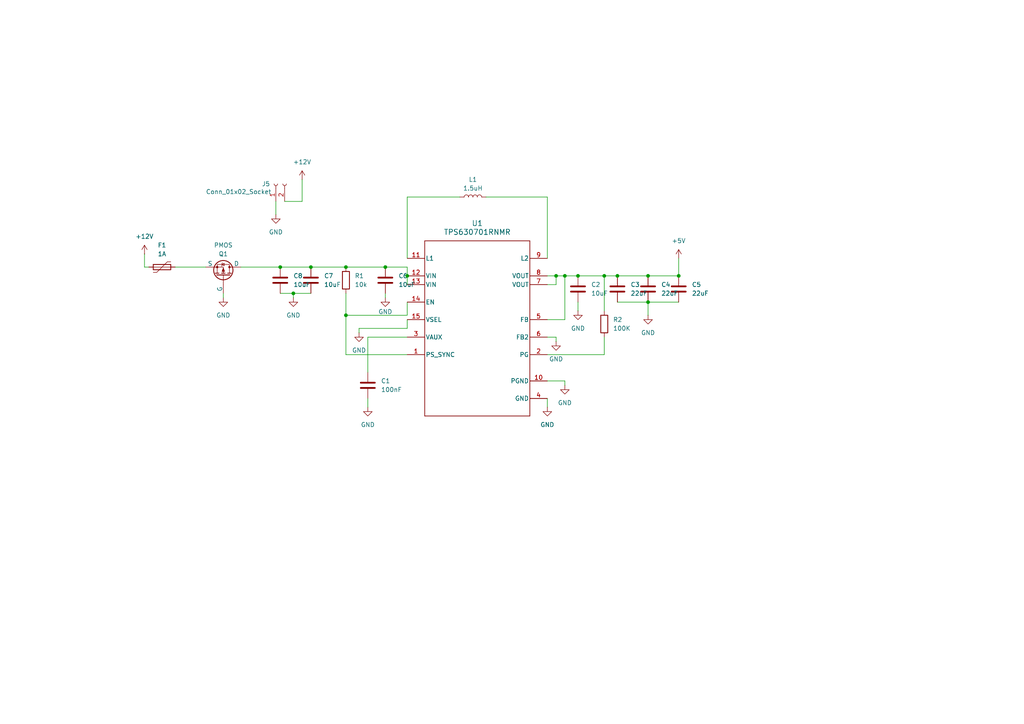
<source format=kicad_sch>
(kicad_sch (version 20250114) (generator "eeschema") (generator_version "9.0")
  (paper "A4")
  (lib_symbols
    (symbol "Connector:Conn_01x02_Socket" (pin_names (offset 1.016) (hide yes))
      (property "Reference" "J" (at 0 2.54 0))
      (property "Value" "Conn_01x02_Socket" (at 0 -5.08 0))
      (symbol "Conn_01x02_Socket_1_1"
        (polyline (pts (xy -1.27 0) (xy -0.508 0)) (stroke (width 0.1524)))
        (polyline (pts (xy -1.27 -2.54) (xy -0.508 -2.54)) (stroke (width 0.1524)))
        (arc (start 0 -0.508) (mid -0.5058 0) (end 0 0.508) (stroke (width 0.1524)))
        (arc (start 0 -3.048) (mid -0.5058 -2.54) (end 0 -2.032) (stroke (width 0.1524)))
        (pin passive line (at -5.08 0 0) (length 3.81) (name "Pin_1") (number "1"))
        (pin passive line (at -5.08 -2.54 0) (length 3.81) (name "Pin_2") (number "2"))
      )
    )
    (symbol "Device:C" (pin_numbers (hide yes)) (pin_names (offset 0.254))
      (property "Reference" "C" (at 0.635 2.54 0))
      (property "Value" "C" (at 0.635 -2.54 0))
      (symbol "C_0_1"
        (polyline (pts (xy -2.032 0.762) (xy 2.032 0.762)) (stroke (width 0.508)))
        (polyline (pts (xy -2.032 -0.762) (xy 2.032 -0.762)) (stroke (width 0.508)))
      )
      (symbol "C_1_1"
        (pin passive line (at 0 3.81 270) (length 2.794) (name "~") (number "1"))
        (pin passive line (at 0 -3.81 90) (length 2.794) (name "~") (number "2"))
      )
    )
    (symbol "Device:L" (pin_numbers (hide yes)) (pin_names (offset 1.016) (hide yes))
      (property "Reference" "L" (at -1.27 0 90))
      (property "Value" "L" (at 1.905 0 90))
      (symbol "L_0_1"
        (arc (start 0 2.54) (mid 0.6323 1.905) (end 0 1.27))
        (arc (start 0 1.27) (mid 0.6323 0.635) (end 0 0))
        (arc (start 0 0) (mid 0.6323 -0.635) (end 0 -1.27))
        (arc (start 0 -1.27) (mid 0.6323 -1.905) (end 0 -2.54))
      )
      (symbol "L_1_1"
        (pin passive line (at 0 3.81 270) (length 1.27) (name "1") (number "1"))
        (pin passive line (at 0 -3.81 90) (length 1.27) (name "2") (number "2"))
      )
    )
    (symbol "Device:Polyfuse" (pin_numbers (hide yes)) (pin_names (offset 0))
      (property "Reference" "F" (at -2.54 0 90))
      (property "Value" "Polyfuse" (at 2.54 0 90))
      (symbol "Polyfuse_0_1"
        (polyline (pts (xy -1.524 2.54) (xy -1.524 1.524) (xy 1.524 -1.524) (xy 1.524 -2.54)))
        (rectangle (start -0.762 2.54) (end 0.762 -2.54) (stroke (width 0.254)))
        (polyline (pts (xy 0 2.54) (xy 0 -2.54)))
      )
      (symbol "Polyfuse_1_1"
        (pin passive line (at 0 3.81 270) (length 1.27) (name "~") (number "1"))
        (pin passive line (at 0 -3.81 90) (length 1.27) (name "~") (number "2"))
      )
    )
    (symbol "Device:R" (pin_numbers (hide yes)) (pin_names (offset 0))
      (property "Reference" "R" (at 2.032 0 90))
      (property "Value" "R" (at 0 0 90))
      (symbol "R_0_1"
        (rectangle (start -1.016 -2.54) (end 1.016 2.54) (stroke (width 0.254)))
      )
      (symbol "R_1_1"
        (pin passive line (at 0 3.81 270) (length 1.27) (name "~") (number "1"))
        (pin passive line (at 0 -3.81 90) (length 1.27) (name "~") (number "2"))
      )
    )
    (symbol "Simulation_SPICE:PMOS" (pin_numbers (hide yes)) (pin_names (offset 0))
      (property "Reference" "Q" (at 5.08 1.27 0))
      (property "Value" "PMOS" (at 5.08 -1.27 0))
      (symbol "PMOS_0_1"
        (polyline (pts (xy 0.254 1.905) (xy 0.254 -1.905)) (stroke (width 0.254)))
        (polyline (pts (xy 0.254 0) (xy -2.54 0)))
        (polyline (pts (xy 0.762 2.286) (xy 0.762 1.27)) (stroke (width 0.254)))
        (polyline (pts (xy 0.762 1.778) (xy 3.302 1.778) (xy 3.302 -1.778) (xy 0.762 -1.778)))
        (polyline (pts (xy 0.762 0.508) (xy 0.762 -0.508)) (stroke (width 0.254)))
        (polyline (pts (xy 0.762 -1.27) (xy 0.762 -2.286)) (stroke (width 0.254)))
        (circle (center 1.651 0) (radius 2.794) (stroke (width 0.254)))
        (polyline (pts (xy 2.286 0) (xy 1.27 0.381) (xy 1.27 -0.381) (xy 2.286 0)) (fill (type outline)))
        (polyline (pts (xy 2.54 2.54) (xy 2.54 1.778)))
        (circle (center 2.54 1.778) (radius 0.254) (fill (type outline)))
        (circle (center 2.54 -1.778) (radius 0.254) (fill (type outline)))
        (polyline (pts (xy 2.54 -2.54) (xy 2.54 0) (xy 0.762 0)))
        (polyline (pts (xy 2.794 -0.508) (xy 2.921 -0.381) (xy 3.683 -0.381) (xy 3.81 -0.254)))
        (polyline (pts (xy 3.302 -0.381) (xy 2.921 0.254) (xy 3.683 0.254) (xy 3.302 -0.381)))
      )
      (symbol "PMOS_1_1"
        (pin input line (at -5.08 0 0) (length 2.54) (name "G") (number "2"))
        (pin passive line (at 2.54 5.08 270) (length 2.54) (name "D") (number "1"))
        (pin passive line (at 2.54 -5.08 90) (length 2.54) (name "S") (number "3"))
      )
    )
    (symbol "TPS63070:TPS630701RNMR" (pin_names (offset 0.254))
      (property "Reference" "U" (at 0 2.54 0))
      (property "Value" "TPS630701RNMR" (at 0 0 0))
      (symbol "TPS630701RNMR_0_1"
        (polyline (pts (xy -15.24 25.4) (xy -15.24 -25.4)) (stroke (width 0.2032)))
        (polyline (pts (xy -15.24 -25.4) (xy 15.24 -25.4)) (stroke (width 0.2032)))
        (polyline (pts (xy 15.24 25.4) (xy -15.24 25.4)) (stroke (width 0.2032)))
        (polyline (pts (xy 15.24 -25.4) (xy 15.24 25.4)) (stroke (width 0.2032)))
        (pin unspecified line (at -20.32 20.32 0) (length 5.08) (name "L1") (number "11"))
        (pin power_in line (at -20.32 15.24 0) (length 5.08) (name "VIN") (number "12"))
        (pin power_in line (at -20.32 12.7 0) (length 5.08) (name "VIN") (number "13"))
        (pin input line (at -20.32 7.62 0) (length 5.08) (name "EN") (number "14"))
        (pin input line (at -20.32 2.54 0) (length 5.08) (name "VSEL") (number "15"))
        (pin unspecified line (at -20.32 -2.54 0) (length 5.08) (name "VAUX") (number "3"))
        (pin input line (at -20.32 -7.62 0) (length 5.08) (name "PS_SYNC") (number "1"))
        (pin unspecified line (at 20.32 20.32 180) (length 5.08) (name "L2") (number "9"))
        (pin power_in line (at 20.32 15.24 180) (length 5.08) (name "VOUT") (number "8"))
        (pin power_in line (at 20.32 12.7 180) (length 5.08) (name "VOUT") (number "7"))
        (pin output line (at 20.32 2.54 180) (length 5.08) (name "FB") (number "5"))
        (pin input line (at 20.32 -2.54 180) (length 5.08) (name "FB2") (number "6"))
        (pin open_collector line (at 20.32 -7.62 180) (length 5.08) (name "PG") (number "2"))
        (pin power_in line (at 20.32 -15.24 180) (length 5.08) (name "PGND") (number "10"))
        (pin power_in line (at 20.32 -20.32 180) (length 5.08) (name "GND") (number "4"))
      )
    )
    (symbol "power:+12V" (power) (pin_numbers (hide yes)) (pin_names (offset 0) (hide yes))
      (property "Value" "+12V" (at 0 3.556 0))
      (symbol "+12V_0_1"
        (polyline (pts (xy -0.762 1.27) (xy 0 2.54)))
        (polyline (pts (xy 0 2.54) (xy 0.762 1.27)))
        (polyline (pts (xy 0 0) (xy 0 2.54)))
      )
      (symbol "+12V_1_1"
        (pin power_in line (at 0 0 90) (length 0) (name "~") (number "1"))
      )
    )
    (symbol "power:+5V" (power) (pin_numbers (hide yes)) (pin_names (offset 0) (hide yes))
      (property "Value" "+5V" (at 0 3.556 0))
      (symbol "+5V_0_1"
        (polyline (pts (xy -0.762 1.27) (xy 0 2.54)))
        (polyline (pts (xy 0 2.54) (xy 0.762 1.27)))
        (polyline (pts (xy 0 0) (xy 0 2.54)))
      )
      (symbol "+5V_1_1"
        (pin power_in line (at 0 0 90) (length 0) (name "~") (number "1"))
      )
    )
    (symbol "power:GND" (power) (pin_numbers (hide yes)) (pin_names (offset 0) (hide yes))
      (property "Value" "GND" (at 0 -3.81 0))
      (symbol "GND_0_1"
        (polyline (pts (xy 0 0) (xy 0 -1.27) (xy 1.27 -1.27) (xy 0 -2.54) (xy -1.27 -1.27) (xy 0 -1.27)))
      )
      (symbol "GND_1_1"
        (pin power_in line (at 0 0 270) (length 0) (name "~") (number "1"))
      )
    )
  )
  (junction (at 81.28 77.47))
  (junction (at 187.96 87.63))
  (junction (at 175.26 80.01))
  (junction (at 187.96 80.01))
  (junction (at 100.33 91.44))
  (junction (at 118.11 80.01))
  (junction (at 196.85 80.01))
  (junction (at 90.17 77.47))
  (junction (at 179.07 80.01))
  (junction (at 100.33 77.47))
  (junction (at 85.09 85.09))
  (junction (at 111.76 77.47))
  (junction (at 163.83 80.01))
  (junction (at 167.64 80.01))
  (junction (at 161.29 80.01))
  (wire (pts (xy 87.63 58.42) (xy 87.63 52.07)))
  (wire (pts (xy 187.96 80.01) (xy 196.85 80.01)))
  (wire (pts (xy 167.64 87.63) (xy 167.64 90.17)))
  (wire (pts (xy 64.77 85.09) (xy 64.77 86.36)))
  (wire (pts (xy 187.96 87.63) (xy 196.85 87.63)))
  (wire (pts (xy 163.83 110.49) (xy 163.83 111.76)))
  (wire (pts (xy 85.09 85.09) (xy 90.17 85.09)))
  (wire (pts (xy 106.68 115.57) (xy 106.68 118.11)))
  (wire (pts (xy 196.85 74.93) (xy 196.85 80.01)))
  (wire (pts (xy 100.33 91.44) (xy 100.33 102.87)))
  (wire (pts (xy 187.96 87.63) (xy 187.96 91.44)))
  (wire (pts (xy 41.91 73.66) (xy 41.91 77.47)))
  (wire (pts (xy 118.11 102.87) (xy 100.33 102.87)))
  (wire (pts (xy 104.14 95.25) (xy 104.14 96.52)))
  (wire (pts (xy 118.11 87.63) (xy 118.11 91.44)))
  (wire (pts (xy 179.07 87.63) (xy 187.96 87.63)))
  (wire (pts (xy 161.29 82.55) (xy 161.29 80.01)))
  (wire (pts (xy 100.33 77.47) (xy 111.76 77.47)))
  (wire (pts (xy 82.55 58.42) (xy 87.63 58.42)))
  (wire (pts (xy 118.11 74.93) (xy 118.11 57.15)))
  (wire (pts (xy 161.29 97.79) (xy 161.29 99.06)))
  (wire (pts (xy 175.26 80.01) (xy 175.26 90.17)))
  (wire (pts (xy 118.11 97.79) (xy 106.68 97.79)))
  (wire (pts (xy 118.11 95.25) (xy 118.11 92.71)))
  (wire (pts (xy 179.07 80.01) (xy 187.96 80.01)))
  (wire (pts (xy 111.76 77.47) (xy 118.11 77.47)))
  (wire (pts (xy 158.75 115.57) (xy 158.75 118.11)))
  (wire (pts (xy 167.64 80.01) (xy 175.26 80.01)))
  (wire (pts (xy 175.26 102.87) (xy 175.26 97.79)))
  (wire (pts (xy 41.91 77.47) (xy 43.18 77.47)))
  (wire (pts (xy 81.28 85.09) (xy 85.09 85.09)))
  (wire (pts (xy 118.11 80.01) (xy 118.11 82.55)))
  (wire (pts (xy 158.75 80.01) (xy 161.29 80.01)))
  (wire (pts (xy 158.75 110.49) (xy 163.83 110.49)))
  (wire (pts (xy 118.11 77.47) (xy 118.11 80.01)))
  (wire (pts (xy 80.01 58.42) (xy 80.01 62.23)))
  (wire (pts (xy 81.28 77.47) (xy 90.17 77.47)))
  (wire (pts (xy 90.17 77.47) (xy 100.33 77.47)))
  (wire (pts (xy 163.83 92.71) (xy 163.83 80.01)))
  (wire (pts (xy 158.75 92.71) (xy 163.83 92.71)))
  (wire (pts (xy 158.75 97.79) (xy 161.29 97.79)))
  (wire (pts (xy 118.11 95.25) (xy 104.14 95.25)))
  (wire (pts (xy 163.83 80.01) (xy 167.64 80.01)))
  (wire (pts (xy 69.85 77.47) (xy 81.28 77.47)))
  (wire (pts (xy 158.75 102.87) (xy 175.26 102.87)))
  (wire (pts (xy 106.68 97.79) (xy 106.68 107.95)))
  (wire (pts (xy 158.75 57.15) (xy 158.75 74.93)))
  (wire (pts (xy 161.29 80.01) (xy 163.83 80.01)))
  (wire (pts (xy 50.8 77.47) (xy 59.69 77.47)))
  (wire (pts (xy 100.33 85.09) (xy 100.33 91.44)))
  (wire (pts (xy 158.75 82.55) (xy 161.29 82.55)))
  (wire (pts (xy 100.33 91.44) (xy 118.11 91.44)))
  (wire (pts (xy 85.09 85.09) (xy 85.09 86.36)))
  (wire (pts (xy 111.76 85.09) (xy 111.76 86.36)))
  (wire (pts (xy 118.11 57.15) (xy 133.35 57.15)))
  (wire (pts (xy 175.26 80.01) (xy 179.07 80.01)))
  (wire (pts (xy 140.97 57.15) (xy 158.75 57.15)))
  (symbol (lib_id "power:GND") (at 158.75 118.11 0) (unit 1)
    (property "Reference" "#PWR06" (effects (hide yes)))
    (property "Value" "GND" (at 158.75 123.19 0))
    (property "Description" "Power symbol creates a global label with name \"GND\" , ground" (effects (hide yes)))
  )
  (symbol (lib_id "power:GND") (at 64.77 86.36 0) (unit 1)
    (property "Reference" "#PWR015" (effects (hide yes)))
    (property "Value" "GND" (at 64.77 91.44 0))
    (property "Description" "Power symbol creates a global label with name \"GND\" , ground" (effects (hide yes)))
  )
  (symbol (lib_id "power:GND") (at 167.64 90.17 0) (unit 1)
    (property "Reference" "#PWR04" (effects (hide yes)))
    (property "Value" "GND" (at 167.64 95.25 0))
    (property "Description" "Power symbol creates a global label with name \"GND\" , ground" (effects (hide yes)))
  )
  (symbol (lib_id "power:GND") (at 85.09 86.36 0) (unit 1)
    (property "Reference" "#PWR09" (effects (hide yes)))
    (property "Value" "GND" (at 85.09 91.44 0))
    (property "Description" "Power symbol creates a global label with name \"GND\" , ground" (effects (hide yes)))
  )
  (symbol (lib_id "Device:C") (at 106.68 111.76 0) (unit 1)
    (property "Reference" "C1" (at 110.49 110.4899 0) (effects (justify left)))
    (property "Value" "100nF" (at 110.49 113.0299 0) (effects (justify left)))
    (property "Footprint" "Capacitor_SMD:C_0805_2012Metric_Pad1.18x1.45mm_HandSolder" (effects (hide yes)))
    (property "Description" "Unpolarized capacitor" (effects (hide yes)))
  )
  (symbol (lib_id "Device:C") (at 167.64 83.82 0) (unit 1)
    (property "Reference" "C2" (at 171.45 82.5499 0) (effects (justify left)))
    (property "Value" "10uF" (at 171.45 85.0899 0) (effects (justify left)))
    (property "Footprint" "Capacitor_SMD:C_0805_2012Metric_Pad1.18x1.45mm_HandSolder" (effects (hide yes)))
    (property "Description" "Unpolarized capacitor" (effects (hide yes)))
  )
  (symbol (lib_id "Simulation_SPICE:PMOS") (at 64.77 80.01 270) (mirror x) (unit 1)
    (property "Reference" "Q1" (at 64.77 73.66 90))
    (property "Value" "PMOS" (at 64.77 71.12 90))
    (property "Footprint" "Package_TO_SOT_SMD:SOT-23_Handsoldering" (effects (hide yes)))
    (property "Datasheet" "https://ngspice.sourceforge.io/docs/ngspice-html-manual/manual.xhtml#cha_MOSFETs" (effects (hide yes)))
    (property "Description" "P-MOSFET transistor, drain/source/gate" (effects (hide yes)))
    (property "Sim.Device" "PMOS" (effects (hide yes)))
    (property "Sim.Type" "VDMOS" (effects (hide yes)))
    (property "Sim.Pins" "1=D 2=G 3=S" (effects (hide yes)))
  )
  (symbol (lib_id "Connector:Conn_01x02_Socket") (at 80.01 53.34 90) (unit 1)
    (property "Reference" "J5" (at 75.946 53.34 90) (effects (justify right)))
    (property "Value" "Conn_01x02_Socket" (at 59.69 55.626 90) (effects (justify right)))
    (property "Footprint" "Connector_Molex:Molex_PicoBlade_53048-0210_1x02_P1.25mm_Horizontal" (effects (hide yes)))
    (property "Description" "Generic connector, single row, 01x02, script generated" (effects (hide yes)))
  )
  (symbol (lib_id "power:+5V") (at 196.85 74.93 0) (unit 1)
    (property "Reference" "#PWR02" (effects (hide yes)))
    (property "Value" "+5V" (at 196.85 69.85 0))
    (property "Description" "Power symbol creates a global label with name \"+5V\"" (effects (hide yes)))
  )
  (symbol (lib_id "power:GND") (at 104.14 96.52 0) (unit 1)
    (property "Reference" "#PWR08" (effects (hide yes)))
    (property "Value" "GND" (at 104.14 101.6 0))
    (property "Description" "Power symbol creates a global label with name \"GND\" , ground" (effects (hide yes)))
  )
  (symbol (lib_id "Device:C") (at 81.28 81.28 0) (unit 1)
    (property "Reference" "C8" (at 85.09 80.0099 0) (effects (justify left)))
    (property "Value" "10uF" (at 85.09 82.5499 0) (effects (justify left)))
    (property "Footprint" "Capacitor_SMD:C_0805_2012Metric_Pad1.18x1.45mm_HandSolder" (effects (hide yes)))
    (property "Description" "Unpolarized capacitor" (effects (hide yes)))
  )
  (symbol (lib_id "TPS63070:TPS630701RNMR") (at 138.43 95.25 0) (unit 1)
    (property "Reference" "U1" (at 138.43 64.77 0) (effects (font (size 1.524 1.524))))
    (property "Value" "TPS630701RNMR" (at 138.43 67.31 0) (effects (font (size 1.524 1.524))))
    (property "Footprint" "TPS63070:RNM0015A" (effects (hide yes)))
    (property "Datasheet" "https://www.ti.com/lit/gpn/tps63070" (effects (hide yes)))
  )
  (symbol (lib_id "Device:C") (at 196.85 83.82 0) (unit 1)
    (property "Reference" "C5" (at 200.66 82.5499 0) (effects (justify left)))
    (property "Value" "22uF" (at 200.66 85.0899 0) (effects (justify left)))
    (property "Footprint" "Capacitor_SMD:C_0805_2012Metric_Pad1.18x1.45mm_HandSolder" (effects (hide yes)))
    (property "Description" "Unpolarized capacitor" (effects (hide yes)))
  )
  (symbol (lib_id "Device:C") (at 111.76 81.28 0) (unit 1)
    (property "Reference" "C6" (at 115.57 80.0099 0) (effects (justify left)))
    (property "Value" "10uF" (at 115.57 82.5499 0) (effects (justify left)))
    (property "Footprint" "Capacitor_SMD:C_0805_2012Metric_Pad1.18x1.45mm_HandSolder" (effects (hide yes)))
    (property "Description" "Unpolarized capacitor" (effects (hide yes)))
  )
  (symbol (lib_id "power:+12V") (at 87.63 52.07 0) (unit 1)
    (property "Reference" "#PWR051" (effects (hide yes)))
    (property "Value" "+12V" (at 87.63 46.99 0))
    (property "Description" "Power symbol creates a global label with name \"+12V\"" (effects (hide yes)))
  )
  (symbol (lib_id "power:GND") (at 161.29 99.06 0) (unit 1)
    (property "Reference" "#PWR07" (effects (hide yes)))
    (property "Value" "GND" (at 161.29 104.14 0))
    (property "Description" "Power symbol creates a global label with name \"GND\" , ground" (effects (hide yes)))
  )
  (symbol (lib_id "Device:L") (at 137.16 57.15 90) (unit 1)
    (property "Reference" "L1" (at 137.16 52.07 90))
    (property "Value" "1.5uH" (at 137.16 54.61 90))
    (property "Footprint" "Inductor_SMD:L_Vishay_IHLP-2525" (effects (hide yes)))
    (property "Description" "Inductor" (effects (hide yes)))
  )
  (symbol (lib_id "power:GND") (at 80.01 62.23 0) (unit 1)
    (property "Reference" "#PWR050" (effects (hide yes)))
    (property "Value" "GND" (at 80.01 67.31 0))
    (property "Description" "Power symbol creates a global label with name \"GND\" , ground" (effects (hide yes)))
  )
  (symbol (lib_id "power:GND") (at 111.76 86.36 0) (unit 1)
    (property "Reference" "#PWR010" (effects (hide yes)))
    (property "Value" "GND" (at 111.76 90.424 0))
    (property "Description" "Power symbol creates a global label with name \"GND\" , ground" (effects (hide yes)))
  )
  (symbol (lib_id "Device:C") (at 187.96 83.82 0) (unit 1)
    (property "Reference" "C4" (at 191.77 82.5499 0) (effects (justify left)))
    (property "Value" "22uF" (at 191.77 85.0899 0) (effects (justify left)))
    (property "Footprint" "Capacitor_SMD:C_0805_2012Metric_Pad1.18x1.45mm_HandSolder" (effects (hide yes)))
    (property "Description" "Unpolarized capacitor" (effects (hide yes)))
  )
  (symbol (lib_id "power:GND") (at 163.83 111.76 0) (unit 1)
    (property "Reference" "#PWR05" (effects (hide yes)))
    (property "Value" "GND" (at 163.83 116.84 0))
    (property "Description" "Power symbol creates a global label with name \"GND\" , ground" (effects (hide yes)))
  )
  (symbol (lib_id "Device:Polyfuse") (at 46.99 77.47 90) (unit 1)
    (property "Reference" "F1" (at 46.99 71.12 90))
    (property "Value" "1A" (at 46.99 73.66 90))
    (property "Footprint" "Fuse:Fuse_0805_2012Metric_Pad1.15x1.40mm_HandSolder" (effects (hide yes)))
    (property "Description" "Resettable fuse, polymeric positive temperature coefficient" (effects (hide yes)))
  )
  (symbol (lib_id "Device:C") (at 90.17 81.28 0) (unit 1)
    (property "Reference" "C7" (at 93.98 80.0099 0) (effects (justify left)))
    (property "Value" "10uF" (at 93.98 82.5499 0) (effects (justify left)))
    (property "Footprint" "Capacitor_SMD:C_0805_2012Metric_Pad1.18x1.45mm_HandSolder" (effects (hide yes)))
    (property "Description" "Unpolarized capacitor" (effects (hide yes)))
  )
  (symbol (lib_id "Device:R") (at 175.26 93.98 0) (unit 1)
    (property "Reference" "R2" (at 177.8 92.7099 0) (effects (justify left)))
    (property "Value" "100K" (at 177.8 95.2499 0) (effects (justify left)))
    (property "Footprint" "Resistor_SMD:R_0805_2012Metric_Pad1.20x1.40mm_HandSolder" (effects (hide yes)))
    (property "Description" "Resistor" (effects (hide yes)))
  )
  (symbol (lib_id "power:GND") (at 187.96 91.44 0) (unit 1)
    (property "Reference" "#PWR03" (effects (hide yes)))
    (property "Value" "GND" (at 187.96 96.52 0))
    (property "Description" "Power symbol creates a global label with name \"GND\" , ground" (effects (hide yes)))
  )
  (symbol (lib_id "Device:C") (at 179.07 83.82 0) (unit 1)
    (property "Reference" "C3" (at 182.88 82.5499 0) (effects (justify left)))
    (property "Value" "22uF" (at 182.88 85.0899 0) (effects (justify left)))
    (property "Footprint" "Capacitor_SMD:C_0805_2012Metric_Pad1.18x1.45mm_HandSolder" (effects (hide yes)))
    (property "Description" "Unpolarized capacitor" (effects (hide yes)))
  )
  (symbol (lib_id "Device:R") (at 100.33 81.28 0) (unit 1)
    (property "Reference" "R1" (at 102.87 80.0099 0) (effects (justify left)))
    (property "Value" "10k" (at 102.87 82.5499 0) (effects (justify left)))
    (property "Footprint" "Resistor_SMD:R_0805_2012Metric_Pad1.20x1.40mm_HandSolder" (effects (hide yes)))
    (property "Description" "Resistor" (effects (hide yes)))
  )
  (symbol (lib_id "power:+12V") (at 41.91 73.66 0) (unit 1)
    (property "Reference" "#PWR016" (effects (hide yes)))
    (property "Value" "+12V" (at 41.91 68.58 0))
    (property "Description" "Power symbol creates a global label with name \"+12V\"" (effects (hide yes)))
  )
  (symbol (lib_id "power:GND") (at 106.68 118.11 0) (unit 1)
    (property "Reference" "#PWR01" (effects (hide yes)))
    (property "Value" "GND" (at 106.68 123.19 0))
    (property "Description" "Power symbol creates a global label with name \"GND\" , ground" (effects (hide yes)))
  )
)
</source>
